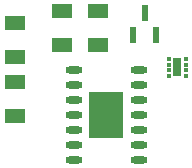
<source format=gtp>
G04 Layer_Color=8421504*
%FSLAX44Y44*%
%MOMM*%
G71*
G01*
G75*
%ADD10R,1.8000X1.3000*%
%ADD11R,0.6000X1.4000*%
%ADD12R,0.3500X0.3500*%
%ADD13R,0.6700X1.6000*%
%ADD14R,3.0000X4.0000*%
%ADD15O,1.4500X0.6000*%
D10*
X1570000Y1050000D02*
D03*
Y1021500D02*
D03*
Y1000000D02*
D03*
Y971500D02*
D03*
X1610000Y1060000D02*
D03*
Y1031500D02*
D03*
X1640000Y1060000D02*
D03*
Y1031500D02*
D03*
D11*
X1689000Y1040000D02*
D03*
X1670000D02*
D03*
X1679500Y1059000D02*
D03*
D12*
X1700000Y1020000D02*
D03*
Y1015000D02*
D03*
Y1010000D02*
D03*
Y1005000D02*
D03*
X1714200Y1020000D02*
D03*
Y1015000D02*
D03*
Y1010000D02*
D03*
Y1005000D02*
D03*
D13*
X1707100Y1012500D02*
D03*
D14*
X1647250Y971900D02*
D03*
D15*
X1674500Y933800D02*
D03*
Y946500D02*
D03*
Y959200D02*
D03*
Y971900D02*
D03*
Y984600D02*
D03*
Y997300D02*
D03*
Y1010000D02*
D03*
X1620000Y933800D02*
D03*
Y946500D02*
D03*
Y959200D02*
D03*
Y971900D02*
D03*
Y984600D02*
D03*
Y997300D02*
D03*
Y1010000D02*
D03*
M02*

</source>
